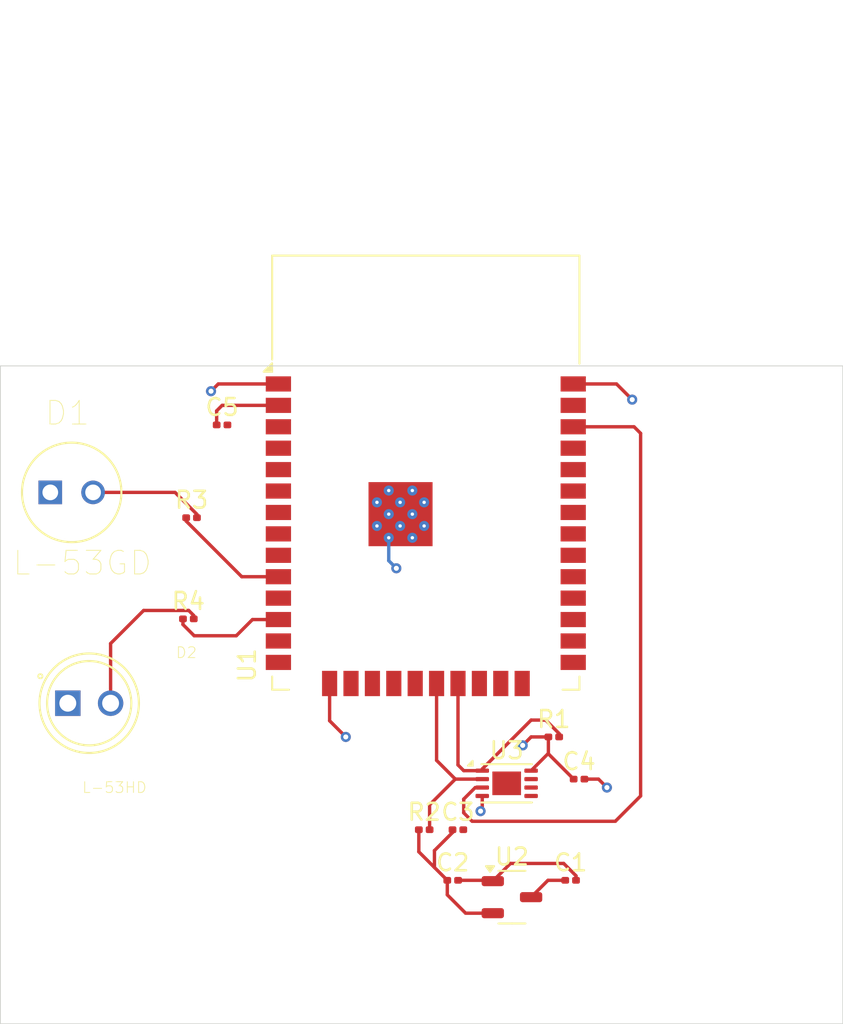
<source format=kicad_pcb>
(kicad_pcb (version 20240108) (generator "pcbnew") (generator_version "8.0")
  (layers (0 "F.Cu" signal) (31 "B.Cu" signal) (34 "B.Paste" user) (35 "F.Paste" user) (36 "B.SilkS" user "B.Silkscreen") (37 "F.SilkS" user "F.Silkscreen") (38 "B.Mask" user) (39 "F.Mask" user) (44 "Edge.Cuts" user))
  (net 0 "")
  (net 1 "GND")
  (net 2 "VBAT")
  (net 3 "+3.3V")
  (net 4 "Net-(D1-PadA)")
  (net 5 "Net-(D2-PadA)")
  (net 6 "I2C_SDA")
  (net 7 "I2C_SCL")
  (net 8 "LED_G")
  (net 9 "LED_R")
  (net 25 "ALERT")
  (footprint "Capacitor_SMD:C_0201_0603Metric" (layer "F.Cu") (at 103.655 79.5)
    (property "Reference" "C3" (at 0 -1.05 0) (layer "F.SilkS"))
    (property "Value" "1uF")
    (pad "1" smd roundrect (at -0.32 0) (size 0.46 0.4) (layers "F.Cu" "F.Mask") (net 3 "+3.3V"))
    (pad "2" smd roundrect (at 0.32 0) (size 0.46 0.4) (layers "F.Cu" "F.Mask") (net 1 "GND"))
  )
  (footprint "Capacitor_SMD:C_0201_0603Metric" (layer "F.Cu") (at 103.345 82.5)
    (property "Reference" "C2" (at 0 -1.05 0) (layer "F.SilkS"))
    (property "Value" "1uF")
    (pad "1" smd roundrect (at -0.32 0) (size 0.46 0.4) (layers "F.Cu" "F.Mask") (net 3 "+3.3V"))
    (pad "2" smd roundrect (at 0.32 0) (size 0.46 0.4) (layers "F.Cu" "F.Mask") (net 1 "GND"))
  )
  (footprint "Package_DFN_QFN:DFN-8-1EP_3x2mm_P0.5mm_EP1.7x1.4mm" (layer "F.Cu") (at 106.55 76.75)
    (property "Reference" "U3" (at 0 -1.95 0) (layer "F.SilkS"))
    (property "Value" "MCP9808_DFN")
    (fp_line (start -1.5 -1.135) (end 1.5 -1.135) (stroke (width 0.12)) (layer "F.SilkS"))
    (fp_line (start -1.5 1.135) (end 1.5 1.135) (stroke (width 0.12)) (layer "F.SilkS"))
    (fp_poly (pts (xy -2.02 -1.05) (xy -2.3 -1.05) (xy -2.02 -1.33) (xy -2.02 -1.05)) (stroke (width 0.12)) (fill solid) (layer "F.SilkS"))
    (pad "1" smd roundrect (at -1.45 -0.75) (size 0.8 0.25) (layers "F.Cu" "F.Paste" "F.Mask") (net 6 "I2C_SDA"))
    (pad "2" smd roundrect (at -1.45 -0.25) (size 0.8 0.25) (layers "F.Cu" "F.Paste" "F.Mask") (net 7 "I2C_SCL"))
    (pad "3" smd roundrect (at -1.45 0.25) (size 0.8 0.25) (layers "F.Cu" "F.Paste" "F.Mask") (net 25 "ALERT"))
    (pad "4" smd roundrect (at -1.45 0.75) (size 0.8 0.25) (layers "F.Cu" "F.Paste" "F.Mask") (net 1 "GND"))
    (pad "5" smd roundrect (at 1.45 0.75) (size 0.8 0.25) (layers "F.Cu" "F.Paste" "F.Mask") (net 1 "GND"))
    (pad "6" smd roundrect (at 1.45 0.25) (size 0.8 0.25) (layers "F.Cu" "F.Paste" "F.Mask") (net 1 "GND"))
    (pad "7" smd roundrect (at 1.45 -0.25) (size 0.8 0.25) (layers "F.Cu" "F.Paste" "F.Mask") (net 1 "GND"))
    (pad "8" smd roundrect (at 1.45 -0.75) (size 0.8 0.25) (layers "F.Cu" "F.Paste" "F.Mask") (net 3 "+3.3V"))
    (pad "9" smd rect (at 0 0) (size 1.7 1.4) (property pad_prop_heatsink) (layers "F.Cu" "F.Mask") (net 1 "GND"))
  )
  (footprint "Resistor_SMD:R_0201_0603Metric" (layer "F.Cu") (at 101.655 79.5)
    (property "Reference" "R2" (at 0 -1.05 0) (layer "F.SilkS"))
    (property "Value" "2K")
    (pad "1" smd roundrect (at -0.32 0) (size 0.46 0.4) (layers "F.Cu" "F.Mask") (net 3 "+3.3V"))
    (pad "2" smd roundrect (at 0.32 0) (size 0.46 0.4) (layers "F.Cu" "F.Mask") (net 7 "I2C_SCL"))
  )
  (footprint "Library:LED_WP7113SYD" (layer "F.Cu") (at 81.77 72)
    (property "Reference" "D2" (at 5.77 -3 0) (layer "F.SilkS") (effects (font (size 0.64 0.64) (thickness 0.05))))
    (property "Value" "L-53HD" (at 1.5 5 0) (layer "F.SilkS") (effects (font (size 0.64 0.64) (thickness 0.05))))
    (fp_circle (center -2.9 -1.6) (end -2.773 -1.6) (stroke (width 0.1)) (fill none) (layer "F.SilkS"))
    (fp_circle (center 0 0) (end 2.5 0) (stroke (width 0.127)) (fill none) (layer "F.SilkS"))
    (fp_circle (center 0 0) (end 2.95 0) (stroke (width 0.127)) (fill none) (layer "F.SilkS"))
    (pad "A" thru_hole circle (at 1.27 0 180) (size 1.508 1.508) (drill 1) (layers "*.Cu" "*.Mask") (net 5 "Net-(D2-PadA)"))
    (pad "C" thru_hole rect (at -1.27 0 180) (size 1.508 1.508) (drill 1) (layers "*.Cu" "*.Mask") (net 1 "GND"))
  )
  (footprint "Package_TO_SOT_SMD:SOT-23-3" (layer "F.Cu") (at 106.8625 83.5)
    (property "Reference" "U2" (at 0 -2.4 0) (layer "F.SilkS"))
    (property "Value" "XC6206PxxxMR")
    (fp_line (start 0 -1.56) (end -0.8 -1.56) (stroke (width 0.12)) (layer "F.SilkS"))
    (fp_line (start 0 -1.56) (end 0.8 -1.56) (stroke (width 0.12)) (layer "F.SilkS"))
    (fp_line (start 0 1.56) (end -0.8 1.56) (stroke (width 0.12)) (layer "F.SilkS"))
    (fp_line (start 0 1.56) (end 0.8 1.56) (stroke (width 0.12)) (layer "F.SilkS"))
    (fp_poly (pts (xy -1.3 -1.51) (xy -1.54 -1.84) (xy -1.06 -1.84) (xy -1.3 -1.51)) (stroke (width 0.12)) (fill solid) (layer "F.SilkS"))
    (pad "1" smd roundrect (at -1.1375 -0.95) (size 1.325 0.6) (layers "F.Cu" "F.Paste" "F.Mask") (net 1 "GND"))
    (pad "2" smd roundrect (at -1.1375 0.95) (size 1.325 0.6) (layers "F.Cu" "F.Paste" "F.Mask") (net 3 "+3.3V"))
    (pad "3" smd roundrect (at 1.1375 0) (size 1.325 0.6) (layers "F.Cu" "F.Paste" "F.Mask") (net 2 "VBAT"))
  )
  (footprint "Resistor_SMD:R_0201_0603Metric" (layer "F.Cu") (at 87.845 61)
    (property "Reference" "R3" (at 0 -1.05 0) (layer "F.SilkS"))
    (property "Value" "220")
    (pad "1" smd roundrect (at -0.32 0) (size 0.46 0.4) (layers "F.Cu" "F.Mask") (net 8 "LED_G"))
    (pad "2" smd roundrect (at 0.32 0) (size 0.46 0.4) (layers "F.Cu" "F.Mask") (net 4 "Net-(D1-PadA)"))
  )
  (footprint "Library:LEDRD254W50D500H1060" (layer "F.Cu") (at 80.73 59.5)
    (property "Reference" "D1" (at -0.254 -4.699 0) (layer "F.SilkS") (effects (font (size 1.4 1.4) (thickness 0.05))))
    (property "Value" "L-53GD" (at 0.635 4.191 0) (layer "F.SilkS") (effects (font (size 1.4 1.4) (thickness 0.05))))
    (fp_circle (center 0 0) (end 2.95 0) (stroke (width 0.127)) (fill none) (layer "F.SilkS"))
    (pad "A" thru_hole circle (at 1.27 0) (size 1.4 1.4) (drill 0.93) (layers "*.Cu" "*.Mask") (net 4 "Net-(D1-PadA)"))
    (pad "C" thru_hole rect (at -1.27 0) (size 1.4 1.4) (drill 0.93) (layers "*.Cu" "*.Mask") (net 1 "GND"))
  )
  (footprint "Resistor_SMD:R_0201_0603Metric" (layer "F.Cu") (at 87.655 67)
    (property "Reference" "R4" (at 0 -1.05 0) (layer "F.SilkS"))
    (property "Value" "220")
    (pad "1" smd roundrect (at -0.32 0) (size 0.46 0.4) (layers "F.Cu" "F.Mask") (net 9 "LED_R"))
    (pad "2" smd roundrect (at 0.32 0) (size 0.46 0.4) (layers "F.Cu" "F.Mask") (net 5 "Net-(D2-PadA)"))
  )
  (footprint "Capacitor_SMD:C_0201_0603Metric" (layer "F.Cu") (at 89.655 55.5)
    (property "Reference" "C5" (at 0 -1.05 0) (layer "F.SilkS"))
    (property "Value" "1uF")
    (pad "1" smd roundrect (at -0.32 0) (size 0.46 0.4) (layers "F.Cu" "F.Mask") (net 3 "+3.3V"))
    (pad "2" smd roundrect (at 0.32 0) (size 0.46 0.4) (layers "F.Cu" "F.Mask") (net 1 "GND"))
  )
  (footprint "Capacitor_SMD:C_0201_0603Metric" (layer "F.Cu") (at 110.845 76.5)
    (property "Reference" "C4" (at 0 -1.05 0) (layer "F.SilkS"))
    (property "Value" "1uF")
    (pad "1" smd roundrect (at -0.32 0) (size 0.46 0.4) (layers "F.Cu" "F.Mask") (net 3 "+3.3V"))
    (pad "2" smd roundrect (at 0.32 0) (size 0.46 0.4) (layers "F.Cu" "F.Mask") (net 1 "GND"))
  )
  (footprint "Capacitor_SMD:C_0201_0603Metric" (layer "F.Cu") (at 110.345 82.5)
    (property "Reference" "C1" (at 0 -1.05 0) (layer "F.SilkS"))
    (property "Value" "1uF")
    (pad "1" smd roundrect (at -0.32 0) (size 0.46 0.4) (layers "F.Cu" "F.Mask") (net 2 "VBAT"))
    (pad "2" smd roundrect (at 0.32 0) (size 0.46 0.4) (layers "F.Cu" "F.Mask") (net 1 "GND"))
  )
  (footprint "Resistor_SMD:R_0201_0603Metric" (layer "F.Cu") (at 109.345 74)
    (property "Reference" "R1" (at 0 -1.05 0) (layer "F.SilkS"))
    (property "Value" "2K")
    (pad "1" smd roundrect (at -0.32 0) (size 0.46 0.4) (layers "F.Cu" "F.Mask") (net 3 "+3.3V"))
    (pad "2" smd roundrect (at 0.32 0) (size 0.46 0.4) (layers "F.Cu" "F.Mask") (net 6 "I2C_SDA"))
  )
  (footprint "RF_Module:ESP32-WROOM-32D" (layer "F.Cu") (at 101.75 61.32)
    (property "Reference" "U1" (at -10.61 8.43 90) (layer "F.SilkS"))
    (property "Value" "ESP32-WROOM-32D")
    (fp_line (start -9.12 -15.86) (end -9.12 -9.7) (stroke (width 0.12)) (layer "F.SilkS"))
    (fp_line (start -9.12 -15.86) (end 9.12 -15.86) (stroke (width 0.12)) (layer "F.SilkS"))
    (fp_line (start -9.12 9.1) (end -9.12 9.88) (stroke (width 0.12)) (layer "F.SilkS"))
    (fp_line (start -9.12 9.88) (end -8.12 9.88) (stroke (width 0.12)) (layer "F.SilkS"))
    (fp_line (start 9.12 -15.86) (end 9.12 -9.445) (stroke (width 0.12)) (layer "F.SilkS"))
    (fp_line (start 9.12 9.1) (end 9.12 9.88) (stroke (width 0.12)) (layer "F.SilkS"))
    (fp_line (start 9.12 9.88) (end 8.12 9.88) (stroke (width 0.12)) (layer "F.SilkS"))
    (fp_poly (pts (xy -9.125 -8.975) (xy -9.625 -8.975) (xy -9.125 -9.475) (xy -9.125 -8.975)) (stroke (width 0.12)) (fill solid) (layer "F.SilkS"))
    (pad "1" smd rect (at -8.75 -8.25) (size 1.5 0.9) (layers "F.Cu" "F.Paste" "F.Mask") (net 1 "GND"))
    (pad "2" smd rect (at -8.75 -6.98) (size 1.5 0.9) (layers "F.Cu" "F.Paste" "F.Mask") (net 3 "+3.3V"))
    (pad "3" smd rect (at -8.75 -5.71) (size 1.5 0.9) (layers "F.Cu" "F.Paste" "F.Mask"))
    (pad "4" smd rect (at -8.75 -4.44) (size 1.5 0.9) (layers "F.Cu" "F.Paste" "F.Mask"))
    (pad "5" smd rect (at -8.75 -3.17) (size 1.5 0.9) (layers "F.Cu" "F.Paste" "F.Mask"))
    (pad "6" smd rect (at -8.75 -1.9) (size 1.5 0.9) (layers "F.Cu" "F.Paste" "F.Mask"))
    (pad "7" smd rect (at -8.75 -0.63) (size 1.5 0.9) (layers "F.Cu" "F.Paste" "F.Mask"))
    (pad "8" smd rect (at -8.75 0.64) (size 1.5 0.9) (layers "F.Cu" "F.Paste" "F.Mask"))
    (pad "9" smd rect (at -8.75 1.91) (size 1.5 0.9) (layers "F.Cu" "F.Paste" "F.Mask"))
    (pad "10" smd rect (at -8.75 3.18) (size 1.5 0.9) (layers "F.Cu" "F.Paste" "F.Mask") (net 8 "LED_G"))
    (pad "11" smd rect (at -8.75 4.45) (size 1.5 0.9) (layers "F.Cu" "F.Paste" "F.Mask"))
    (pad "12" smd rect (at -8.75 5.72) (size 1.5 0.9) (layers "F.Cu" "F.Paste" "F.Mask") (net 9 "LED_R"))
    (pad "13" smd rect (at -8.75 6.99) (size 1.5 0.9) (layers "F.Cu" "F.Paste" "F.Mask"))
    (pad "14" smd rect (at -8.75 8.26) (size 1.5 0.9) (layers "F.Cu" "F.Paste" "F.Mask"))
    (pad "15" smd rect (at -5.71 9.51 90) (size 1.5 0.9) (layers "F.Cu" "F.Paste" "F.Mask") (net 1 "GND"))
    (pad "16" smd rect (at -4.44 9.51 90) (size 1.5 0.9) (layers "F.Cu" "F.Paste" "F.Mask"))
    (pad "17" smd rect (at -3.17 9.51 90) (size 1.5 0.9) (layers "F.Cu" "F.Paste" "F.Mask"))
    (pad "18" smd rect (at -1.9 9.51 90) (size 1.5 0.9) (layers "F.Cu" "F.Paste" "F.Mask"))
    (pad "19" smd rect (at -0.63 9.51 90) (size 1.5 0.9) (layers "F.Cu" "F.Paste" "F.Mask"))
    (pad "20" smd rect (at 0.64 9.51 90) (size 1.5 0.9) (layers "F.Cu" "F.Paste" "F.Mask") (net 7 "I2C_SCL"))
    (pad "21" smd rect (at 1.91 9.51 90) (size 1.5 0.9) (layers "F.Cu" "F.Paste" "F.Mask") (net 6 "I2C_SDA"))
    (pad "22" smd rect (at 3.18 9.51 90) (size 1.5 0.9) (layers "F.Cu" "F.Paste" "F.Mask"))
    (pad "23" smd rect (at 4.45 9.51 90) (size 1.5 0.9) (layers "F.Cu" "F.Paste" "F.Mask"))
    (pad "24" smd rect (at 5.72 9.51 90) (size 1.5 0.9) (layers "F.Cu" "F.Paste" "F.Mask"))
    (pad "25" smd rect (at 8.75 8.26) (size 1.5 0.9) (layers "F.Cu" "F.Paste" "F.Mask"))
    (pad "26" smd rect (at 8.75 6.99) (size 1.5 0.9) (layers "F.Cu" "F.Paste" "F.Mask"))
    (pad "27" smd rect (at 8.75 5.72) (size 1.5 0.9) (layers "F.Cu" "F.Paste" "F.Mask"))
    (pad "28" smd rect (at 8.75 4.45) (size 1.5 0.9) (layers "F.Cu" "F.Paste" "F.Mask"))
    (pad "29" smd rect (at 8.75 3.18) (size 1.5 0.9) (layers "F.Cu" "F.Paste" "F.Mask"))
    (pad "30" smd rect (at 8.75 1.91) (size 1.5 0.9) (layers "F.Cu" "F.Paste" "F.Mask"))
    (pad "31" smd rect (at 8.75 0.64) (size 1.5 0.9) (layers "F.Cu" "F.Paste" "F.Mask"))
    (pad "32" smd rect (at 8.75 -0.63) (size 1.5 0.9) (layers "F.Cu" "F.Paste" "F.Mask"))
    (pad "33" smd rect (at 8.75 -1.9) (size 1.5 0.9) (layers "F.Cu" "F.Paste" "F.Mask"))
    (pad "34" smd rect (at 8.75 -3.17) (size 1.5 0.9) (layers "F.Cu" "F.Paste" "F.Mask"))
    (pad "35" smd rect (at 8.75 -4.44) (size 1.5 0.9) (layers "F.Cu" "F.Paste" "F.Mask"))
    (pad "36" smd rect (at 8.75 -5.71) (size 1.5 0.9) (layers "F.Cu" "F.Paste" "F.Mask") (net 25 "ALERT"))
    (pad "37" smd rect (at 8.75 -6.98) (size 1.5 0.9) (layers "F.Cu" "F.Paste" "F.Mask"))
    (pad "38" smd rect (at 8.75 -8.25) (size 1.5 0.9) (layers "F.Cu" "F.Paste" "F.Mask") (net 1 "GND"))
    (pad "39" smd rect (at -2.9 -1.93) (size 0.9 0.9) (layers "F.Cu" "F.Paste") (net 1 "GND"))
    (pad "39" thru_hole circle (at -2.9 -1.23) (size 0.6 0.6) (drill 0.2) (property pad_prop_heatsink) (layers "*.Cu" "F.Mask") (net 1 "GND"))
    (pad "39" smd rect (at -2.9 -0.53) (size 0.9 0.9) (layers "F.Cu" "F.Paste") (net 1 "GND"))
    (pad "39" thru_hole circle (at -2.9 0.17) (size 0.6 0.6) (drill 0.2) (property pad_prop_heatsink) (layers "*.Cu" "F.Mask") (net 1 "GND"))
    (pad "39" smd rect (at -2.9 0.87) (size 0.9 0.9) (layers "F.Cu" "F.Paste") (net 1 "GND"))
    (pad "39" thru_hole circle (at -2.2 -1.93) (size 0.6 0.6) (drill 0.2) (property pad_prop_heatsink) (layers "*.Cu" "F.Mask") (net 1 "GND"))
    (pad "39" thru_hole circle (at -2.2 -0.53) (size 0.6 0.6) (drill 0.2) (property pad_prop_heatsink) (layers "*.Cu" "F.Mask") (net 1 "GND"))
    (pad "39" thru_hole circle (at -2.2 0.87) (size 0.6 0.6) (drill 0.2) (property pad_prop_heatsink) (layers "*.Cu" "F.Mask") (net 1 "GND"))
    (pad "39" thru_hole circle (at -1.525 -1.23) (size 0.6 0.6) (drill 0.2) (property pad_prop_heatsink) (layers "*.Cu" "F.Mask") (net 1 "GND"))
    (pad "39" thru_hole circle (at -1.525 0.17) (size 0.6 0.6) (drill 0.2) (property pad_prop_heatsink) (layers "*.Cu" "F.Mask") (net 1 "GND"))
    (pad "39" smd rect (at -1.5 -1.93) (size 0.9 0.9) (layers "F.Cu" "F.Paste") (net 1 "GND"))
    (pad "39" smd rect (at -1.5 -0.53) (size 0.9 0.9) (layers "F.Cu" "F.Paste") (net 1 "GND"))
    (pad "39" smd rect (at -1.5 -0.53) (size 3.8 3.8) (layers "F.Cu" "F.Mask") (net 1 "GND"))
    (pad "39" smd rect (at -1.5 0.87) (size 0.9 0.9) (layers "F.Cu" "F.Paste") (net 1 "GND"))
    (pad "39" thru_hole circle (at -0.8 -1.93) (size 0.6 0.6) (drill 0.2) (property pad_prop_heatsink) (layers "*.Cu" "F.Mask") (net 1 "GND"))
    (pad "39" thru_hole circle (at -0.8 -0.53) (size 0.6 0.6) (drill 0.2) (property pad_prop_heatsink) (layers "*.Cu" "F.Mask") (net 1 "GND"))
    (pad "39" thru_hole circle (at -0.8 0.87) (size 0.6 0.6) (drill 0.2) (property pad_prop_heatsink) (layers "*.Cu" "F.Mask") (net 1 "GND"))
    (pad "39" smd rect (at -0.1 -1.93) (size 0.9 0.9) (layers "F.Cu" "F.Paste") (net 1 "GND"))
    (pad "39" thru_hole circle (at -0.1 -1.23) (size 0.6 0.6) (drill 0.2) (property pad_prop_heatsink) (layers "*.Cu" "F.Mask") (net 1 "GND"))
    (pad "39" smd rect (at -0.1 -0.53) (size 0.9 0.9) (layers "F.Cu" "F.Paste") (net 1 "GND"))
    (pad "39" thru_hole circle (at -0.1 0.17) (size 0.6 0.6) (drill 0.2) (property pad_prop_heatsink) (layers "*.Cu" "F.Mask") (net 1 "GND"))
    (pad "39" smd rect (at -0.1 0.87) (size 0.9 0.9) (layers "F.Cu" "F.Paste") (net 1 "GND"))
  )
  (gr_line (start 76.5 52) (end 126.5 52) (stroke (width 0.05)) (layer "Edge.Cuts"))
  (gr_line (start 126.5 91) (end 76.5 91) (stroke (width 0.05)) (layer "Edge.Cuts"))
  (gr_line (start 76.5 91) (end 76.5 52) (stroke (width 0.05)) (layer "Edge.Cuts"))
  (gr_line (start 126.5 52) (end 126.5 91) (stroke (width 0.05)) (layer "Edge.Cuts"))
  (segment (start 93 53.07) (end 89.43 53.07) (width 0.2) (layer "F.Cu") (net 1))
  (segment (start 113.07 53.07) (end 114 54) (width 0.2) (layer "F.Cu") (net 1))
  (segment (start 96.04 70.83) (end 96.04 73.04) (width 0.2) (layer "F.Cu") (net 1))
  (segment (start 111.165 76.5) (end 112 76.5) (width 0.2) (layer "F.Cu") (net 1))
  (segment (start 105.1 77.5) (end 105.1 78.4) (width 0.2) (layer "F.Cu") (net 1))
  (segment (start 105 78.5) (end 105 78.4) (width 0.2) (layer "F.Cu") (net 1))
  (segment (start 105.1 78.4) (end 105 78.5) (width 0.2) (layer "F.Cu") (net 1))
  (segment (start 110.665 82.232501) (end 109.932499 81.5) (width 0.2) (layer "F.Cu") (net 1))
  (segment (start 105.675 82.5) (end 105.725 82.55) (width 0.2) (layer "F.Cu") (net 1))
  (segment (start 103.665 82.5) (end 105.675 82.5) (width 0.2) (layer "F.Cu") (net 1))
  (segment (start 112 76.5) (end 112.5 77) (width 0.2) (layer "F.Cu") (net 1))
  (segment (start 106.775 81.5) (end 105.725 82.55) (width 0.2) (layer "F.Cu") (net 1))
  (segment (start 109.932499 81.5) (end 106.775 81.5) (width 0.2) (layer "F.Cu") (net 1))
  (segment (start 110.665 82.5) (end 110.665 82.232501) (width 0.2) (layer "F.Cu") (net 1))
  (segment (start 110.5 53.07) (end 113.07 53.07) (width 0.2) (layer "F.Cu") (net 1))
  (segment (start 89.43 53.07) (end 89 53.5) (width 0.2) (layer "F.Cu") (net 1))
  (segment (start 96.04 73.04) (end 97 74) (width 0.2) (layer "F.Cu") (net 1))
  (via (at 97 74) (size 0.6) (drill 0.3) (layers "F.Cu" "B.Cu") (net 1))
  (via (at 112.5 77) (size 0.6) (drill 0.3) (layers "F.Cu" "B.Cu") (net 1))
  (via (at 100 64) (size 0.6) (drill 0.3) (layers "F.Cu" "B.Cu") (net 1))
  (via (at 105 78.4) (size 0.6) (drill 0.3) (layers "F.Cu" "B.Cu") (net 1))
  (via (at 89 53.5) (size 0.6) (drill 0.3) (layers "F.Cu" "B.Cu") (net 1))
  (via (at 114 54) (size 0.6) (drill 0.3) (layers "F.Cu" "B.Cu") (net 1))
  (segment (start 99.55 63.55) (end 100 64) (width 0.2) (layer "B.Cu") (net 1))
  (segment (start 99.55 62.19) (end 99.55 63.55) (width 0.2) (layer "B.Cu") (net 1))
  (segment (start 110.025 82.5) (end 109 82.5) (width 0.2) (layer "F.Cu") (net 2))
  (segment (start 109 82.5) (end 108 83.5) (width 0.2) (layer "F.Cu") (net 2))
  (segment (start 109.025 74) (end 109.025 74.975) (width 0.2) (layer "F.Cu") (net 3))
  (segment (start 104.112501 84.45) (end 103.025 83.362499) (width 0.2) (layer "F.Cu") (net 3))
  (segment (start 103.335 79.5) (end 103.335 79.665) (width 0.2) (layer "F.Cu") (net 3))
  (segment (start 103.025 83.362499) (end 103.025 82.5) (width 0.2) (layer "F.Cu") (net 3))
  (segment (start 89.335 54.665) (end 89.66 54.34) (width 0.2) (layer "F.Cu") (net 3))
  (segment (start 109 75) (end 108 76) (width 0.2) (layer "F.Cu") (net 3))
  (segment (start 110.525 76.5) (end 109.025 75) (width 0.2) (layer "F.Cu") (net 3))
  (segment (start 89.66 54.34) (end 93 54.34) (width 0.2) (layer "F.Cu") (net 3))
  (segment (start 109.025 75) (end 109 75) (width 0.2) (layer "F.Cu") (net 3))
  (segment (start 105.725 84.45) (end 104.112501 84.45) (width 0.2) (layer "F.Cu") (net 3))
  (segment (start 109.025 74.975) (end 109 75) (width 0.2) (layer "F.Cu") (net 3))
  (segment (start 102.2625 80.7375) (end 102.2625 81.7375) (width 0.2) (layer "F.Cu") (net 3))
  (segment (start 89.335 55.5) (end 89.335 54.665) (width 0.2) (layer "F.Cu") (net 3))
  (segment (start 109.025 74) (end 108 74) (width 0.2) (layer "F.Cu") (net 3))
  (segment (start 102.2625 81.7375) (end 103.025 82.5) (width 0.2) (layer "F.Cu") (net 3))
  (segment (start 101.335 79.5) (end 101.335 80.81) (width 0.2) (layer "F.Cu") (net 3))
  (segment (start 108 74) (end 107.5 74.5) (width 0.2) (layer "F.Cu") (net 3))
  (segment (start 103.335 79.665) (end 102.2625 80.7375) (width 0.2) (layer "F.Cu") (net 3))
  (segment (start 101.335 80.81) (end 102.2625 81.7375) (width 0.2) (layer "F.Cu") (net 3))
  (via (at 107.5 74.5) (size 0.6) (drill 0.3) (layers "F.Cu" "B.Cu") (net 3))
  (segment (start 82 59.5) (end 86.864999 59.5) (width 0.2) (layer "F.Cu") (net 4))
  (segment (start 86.864999 59.5) (end 88.165 60.800001) (width 0.2) (layer "F.Cu") (net 4))
  (segment (start 88.165 60.800001) (end 88.165 61) (width 0.2) (layer "F.Cu") (net 4))
  (segment (start 87.975 66.800001) (end 87.975 67) (width 0.2) (layer "F.Cu") (net 5))
  (segment (start 87.674999 66.5) (end 87.975 66.800001) (width 0.2) (layer "F.Cu") (net 5))
  (segment (start 83.04 72) (end 83.04 68.46) (width 0.2) (layer "F.Cu") (net 5))
  (segment (start 83.04 68.46) (end 85 66.5) (width 0.2) (layer "F.Cu") (net 5))
  (segment (start 85 66.5) (end 87.674999 66.5) (width 0.2) (layer "F.Cu") (net 5))
  (segment (start 103.66 75.66) (end 103.66 70.83) (width 0.2) (layer "F.Cu") (net 6))
  (segment (start 104 76) (end 103.66 75.66) (width 0.2) (layer "F.Cu") (net 6))
  (segment (start 108 73) (end 105.1 75.9) (width 0.2) (layer "F.Cu") (net 6))
  (segment (start 109.665 74) (end 109.665 73.800001) (width 0.2) (layer "F.Cu") (net 6))
  (segment (start 105.1 76) (end 104 76) (width 0.2) (layer "F.Cu") (net 6))
  (segment (start 109.665 73.800001) (end 108.864999 73) (width 0.2) (layer "F.Cu") (net 6))
  (segment (start 108.864999 73) (end 108 73) (width 0.2) (layer "F.Cu") (net 6))
  (segment (start 105.1 75.9) (end 105.1 76) (width 0.2) (layer "F.Cu") (net 6))
  (segment (start 102.39 75.39) (end 102.39 70.83) (width 0.2) (layer "F.Cu") (net 7))
  (segment (start 105.1 76.5) (end 103.5 76.5) (width 0.2) (layer "F.Cu") (net 7))
  (segment (start 103.5 76.5) (end 102.39 75.39) (width 0.2) (layer "F.Cu") (net 7))
  (segment (start 101.975 79.5) (end 101.975 78.025) (width 0.2) (layer "F.Cu") (net 7))
  (segment (start 101.975 78.025) (end 103.5 76.5) (width 0.2) (layer "F.Cu") (net 7))
  (segment (start 90.825001 64.5) (end 93 64.5) (width 0.2) (layer "F.Cu") (net 8))
  (segment (start 87.525 61) (end 87.525 61.199999) (width 0.2) (layer "F.Cu") (net 8))
  (segment (start 87.525 61.199999) (end 90.825001 64.5) (width 0.2) (layer "F.Cu") (net 8))
  (segment (start 91.46 67.04) (end 93 67.04) (width 0.2) (layer "F.Cu") (net 9))
  (segment (start 87.335 67.335) (end 88 68) (width 0.2) (layer "F.Cu") (net 9))
  (segment (start 90.5 68) (end 91.46 67.04) (width 0.2) (layer "F.Cu") (net 9))
  (segment (start 88 68) (end 90.5 68) (width 0.2) (layer "F.Cu") (net 9))
  (segment (start 87.335 67) (end 87.335 67.335) (width 0.2) (layer "F.Cu") (net 9))
  (segment (start 114.11 55.61) (end 110.5 55.61) (width 0.2) (layer "F.Cu") (net 25))
  (segment (start 104.5 79) (end 113 79) (width 0.2) (layer "F.Cu") (net 25))
  (segment (start 104 78.5) (end 104.5 79) (width 0.2) (layer "F.Cu") (net 25))
  (segment (start 104.685614 77) (end 104 77.685614) (width 0.2) (layer "F.Cu") (net 25))
  (segment (start 113 79) (end 114.5 77.5) (width 0.2) (layer "F.Cu") (net 25))
  (segment (start 114.5 56) (end 114.11 55.61) (width 0.2) (layer "F.Cu") (net 25))
  (segment (start 104 77.685614) (end 104 78.5) (width 0.2) (layer "F.Cu") (net 25))
  (segment (start 105.1 77) (end 104.685614 77) (width 0.2) (layer "F.Cu") (net 25))
  (segment (start 114.5 77.5) (end 114.5 56) (width 0.2) (layer "F.Cu") (net 25))
)
</source>
